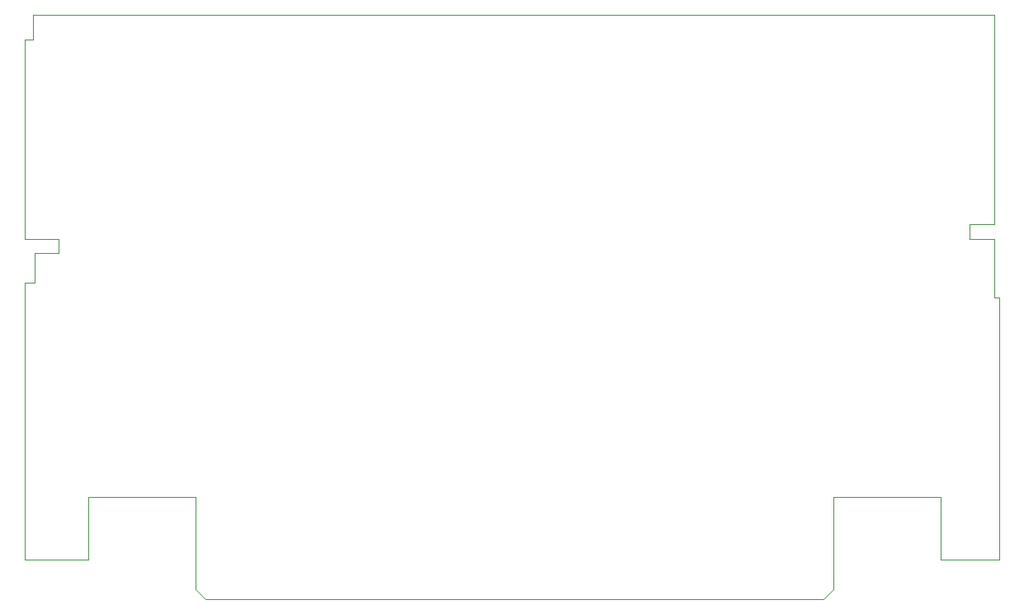
<source format=gbr>
G04 #@! TF.GenerationSoftware,KiCad,Pcbnew,(5.1.7)-1*
G04 #@! TF.CreationDate,2022-04-10T16:59:05-05:00*
G04 #@! TF.ProjectId,ConsolePedal8BitarSMT,436f6e73-6f6c-4655-9065-64616c384269,rev?*
G04 #@! TF.SameCoordinates,Original*
G04 #@! TF.FileFunction,Profile,NP*
%FSLAX46Y46*%
G04 Gerber Fmt 4.6, Leading zero omitted, Abs format (unit mm)*
G04 Created by KiCad (PCBNEW (5.1.7)-1) date 2022-04-10 16:59:05*
%MOMM*%
%LPD*%
G01*
G04 APERTURE LIST*
G04 #@! TA.AperFunction,Profile*
%ADD10C,0.100000*%
G04 #@! TD*
G04 APERTURE END LIST*
D10*
X182000000Y-70000000D02*
X83300000Y-70000000D01*
X182000000Y-70000000D02*
X182000000Y-91500000D01*
X182000000Y-91500000D02*
X179400000Y-91500000D01*
X179400000Y-93000000D02*
X179400000Y-91500000D01*
X182000000Y-93000000D02*
X179400000Y-93000000D01*
X83300000Y-72500000D02*
X83300000Y-70000000D01*
X82500000Y-72500000D02*
X83300000Y-72500000D01*
X82500000Y-93000000D02*
X82500000Y-72500000D01*
X86000000Y-93000000D02*
X82500000Y-93000000D01*
X182000000Y-93000000D02*
X182000000Y-99000000D01*
X182500000Y-99000000D02*
X182000000Y-99000000D01*
X182500000Y-126000000D02*
X182500000Y-99000000D01*
X182500000Y-126000000D02*
X176500000Y-126000000D01*
X176500000Y-119500000D02*
X176500000Y-126000000D01*
X176500000Y-119500000D02*
X165480000Y-119500000D01*
X165480000Y-129000000D02*
X165480000Y-119500000D01*
X165480000Y-129000000D02*
X164480000Y-130000000D01*
X86000000Y-94500000D02*
X86000000Y-93000000D01*
X83500000Y-94500000D02*
X86000000Y-94500000D01*
X83500000Y-97500000D02*
X83500000Y-94500000D01*
X82500000Y-97500000D02*
X83500000Y-97500000D01*
X82500000Y-126000000D02*
X82500000Y-97500000D01*
X89000000Y-126000000D02*
X82500000Y-126000000D01*
X89000000Y-119500000D02*
X89000000Y-126000000D01*
X100020000Y-119500000D02*
X89000000Y-119500000D01*
X100020000Y-129000000D02*
X100020000Y-119500000D01*
X100020000Y-129000000D02*
X101020000Y-130000000D01*
X164480000Y-130000000D02*
X101020000Y-130000000D01*
M02*

</source>
